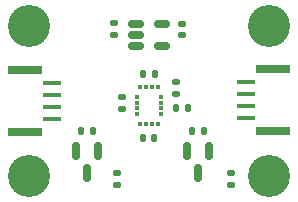
<source format=gbr>
%TF.GenerationSoftware,KiCad,Pcbnew,7.0.8-7.0.8~ubuntu22.04.1*%
%TF.CreationDate,2023-11-20T16:19:22-08:00*%
%TF.ProjectId,uv_abc_sensor,75765f61-6263-45f7-9365-6e736f722e6b,rev?*%
%TF.SameCoordinates,Original*%
%TF.FileFunction,Soldermask,Top*%
%TF.FilePolarity,Negative*%
%FSLAX46Y46*%
G04 Gerber Fmt 4.6, Leading zero omitted, Abs format (unit mm)*
G04 Created by KiCad (PCBNEW 7.0.8-7.0.8~ubuntu22.04.1) date 2023-11-20 16:19:22*
%MOMM*%
%LPD*%
G01*
G04 APERTURE LIST*
G04 Aperture macros list*
%AMRoundRect*
0 Rectangle with rounded corners*
0 $1 Rounding radius*
0 $2 $3 $4 $5 $6 $7 $8 $9 X,Y pos of 4 corners*
0 Add a 4 corners polygon primitive as box body*
4,1,4,$2,$3,$4,$5,$6,$7,$8,$9,$2,$3,0*
0 Add four circle primitives for the rounded corners*
1,1,$1+$1,$2,$3*
1,1,$1+$1,$4,$5*
1,1,$1+$1,$6,$7*
1,1,$1+$1,$8,$9*
0 Add four rect primitives between the rounded corners*
20,1,$1+$1,$2,$3,$4,$5,0*
20,1,$1+$1,$4,$5,$6,$7,0*
20,1,$1+$1,$6,$7,$8,$9,0*
20,1,$1+$1,$8,$9,$2,$3,0*%
G04 Aperture macros list end*
%ADD10RoundRect,0.135000X0.185000X-0.135000X0.185000X0.135000X-0.185000X0.135000X-0.185000X-0.135000X0*%
%ADD11R,3.000000X0.800000*%
%ADD12R,1.600000X0.400000*%
%ADD13RoundRect,0.140000X-0.170000X0.140000X-0.170000X-0.140000X0.170000X-0.140000X0.170000X0.140000X0*%
%ADD14R,0.300000X0.300000*%
%ADD15C,3.570000*%
%ADD16RoundRect,0.135000X0.135000X0.185000X-0.135000X0.185000X-0.135000X-0.185000X0.135000X-0.185000X0*%
%ADD17RoundRect,0.135000X-0.185000X0.135000X-0.185000X-0.135000X0.185000X-0.135000X0.185000X0.135000X0*%
%ADD18RoundRect,0.150000X-0.512500X-0.150000X0.512500X-0.150000X0.512500X0.150000X-0.512500X0.150000X0*%
%ADD19RoundRect,0.140000X0.140000X0.170000X-0.140000X0.170000X-0.140000X-0.170000X0.140000X-0.170000X0*%
%ADD20RoundRect,0.135000X-0.135000X-0.185000X0.135000X-0.185000X0.135000X0.185000X-0.135000X0.185000X0*%
%ADD21RoundRect,0.150000X-0.150000X0.587500X-0.150000X-0.587500X0.150000X-0.587500X0.150000X0.587500X0*%
G04 APERTURE END LIST*
D10*
%TO.C,R2*%
X60833000Y-66831400D03*
X60833000Y-65811400D03*
%TD*%
D11*
%TO.C,J2*%
X74041000Y-56930000D03*
X74041000Y-62230000D03*
D12*
X71716000Y-61080000D03*
X71716000Y-60080000D03*
X71716000Y-59080000D03*
X71716000Y-58080000D03*
%TD*%
D13*
%TO.C,C4*%
X66319400Y-53139400D03*
X66319400Y-54099400D03*
%TD*%
D14*
%TO.C,U1*%
X62750000Y-58485800D03*
X63250000Y-58485800D03*
X63750000Y-58485800D03*
X64250000Y-58485800D03*
X64550000Y-59310800D03*
X64550000Y-59810800D03*
X64550000Y-60310800D03*
X64550000Y-60810800D03*
X64250000Y-61635800D03*
X63750000Y-61635800D03*
X63250000Y-61635800D03*
X62750000Y-61635800D03*
X62450000Y-60810800D03*
X62450000Y-60310800D03*
X62450000Y-59810800D03*
X62450000Y-59310800D03*
%TD*%
D15*
%TO.C,M3*%
X73660000Y-66040000D03*
%TD*%
D16*
%TO.C,R4*%
X58775600Y-62255400D03*
X57755600Y-62255400D03*
%TD*%
D10*
%TO.C,R7*%
X61175000Y-60325000D03*
X61175000Y-59305000D03*
%TD*%
D11*
%TO.C,J1*%
X52987000Y-62340000D03*
X52987000Y-57040000D03*
D12*
X55312000Y-58190000D03*
X55312000Y-59190000D03*
X55312000Y-60190000D03*
X55312000Y-61190000D03*
%TD*%
D13*
%TO.C,C3*%
X60579000Y-53114000D03*
X60579000Y-54074000D03*
%TD*%
D17*
%TO.C,R1*%
X65775000Y-58105000D03*
X65775000Y-59125000D03*
%TD*%
D15*
%TO.C,M2*%
X73660000Y-53340000D03*
%TD*%
D10*
%TO.C,R3*%
X70408800Y-66806000D03*
X70408800Y-65786000D03*
%TD*%
D18*
%TO.C,U2*%
X62362500Y-53136000D03*
X62362500Y-54086000D03*
X62362500Y-55036000D03*
X64637500Y-55036000D03*
X64637500Y-53136000D03*
%TD*%
D19*
%TO.C,C2*%
X63925000Y-62775000D03*
X62965000Y-62775000D03*
%TD*%
D15*
%TO.C,M1*%
X53340000Y-53340000D03*
%TD*%
%TO.C,M4*%
X53340000Y-66040000D03*
%TD*%
D20*
%TO.C,R6*%
X65750000Y-60300000D03*
X66770000Y-60300000D03*
%TD*%
D21*
%TO.C,Q1*%
X68590200Y-63889600D03*
X66690200Y-63889600D03*
X67640200Y-65764600D03*
%TD*%
%TO.C,Q2*%
X59213600Y-63936400D03*
X57313600Y-63936400D03*
X58263600Y-65811400D03*
%TD*%
D19*
%TO.C,C1*%
X63980000Y-57400000D03*
X63020000Y-57400000D03*
%TD*%
D16*
%TO.C,R5*%
X68152200Y-62208600D03*
X67132200Y-62208600D03*
%TD*%
M02*

</source>
